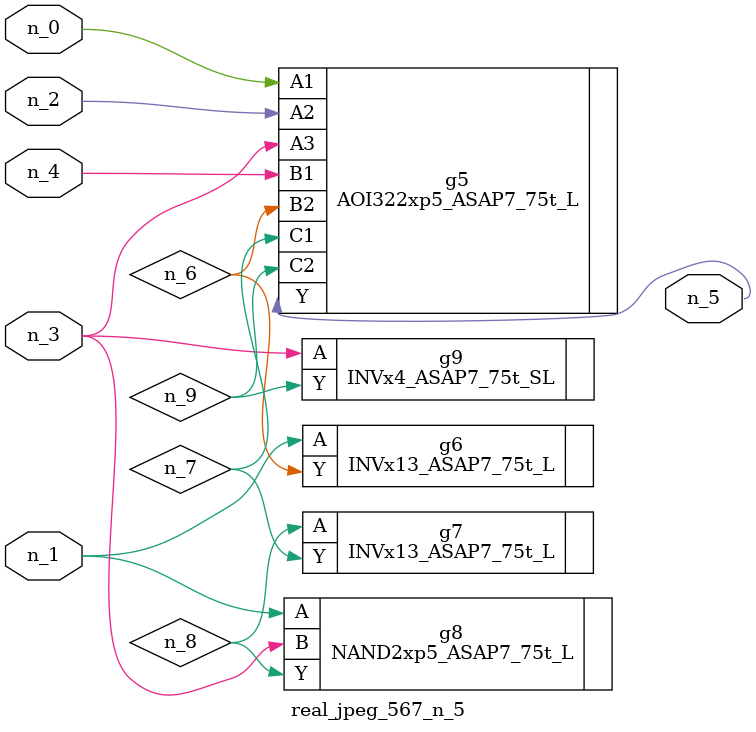
<source format=v>
module real_jpeg_567_n_5 (n_4, n_0, n_1, n_2, n_3, n_5);

input n_4;
input n_0;
input n_1;
input n_2;
input n_3;

output n_5;

wire n_8;
wire n_6;
wire n_7;
wire n_9;

AOI322xp5_ASAP7_75t_L g5 ( 
.A1(n_0),
.A2(n_2),
.A3(n_3),
.B1(n_4),
.B2(n_6),
.C1(n_7),
.C2(n_9),
.Y(n_5)
);

INVx13_ASAP7_75t_L g6 ( 
.A(n_1),
.Y(n_6)
);

NAND2xp5_ASAP7_75t_L g8 ( 
.A(n_1),
.B(n_3),
.Y(n_8)
);

INVx4_ASAP7_75t_SL g9 ( 
.A(n_3),
.Y(n_9)
);

INVx13_ASAP7_75t_L g7 ( 
.A(n_8),
.Y(n_7)
);


endmodule
</source>
